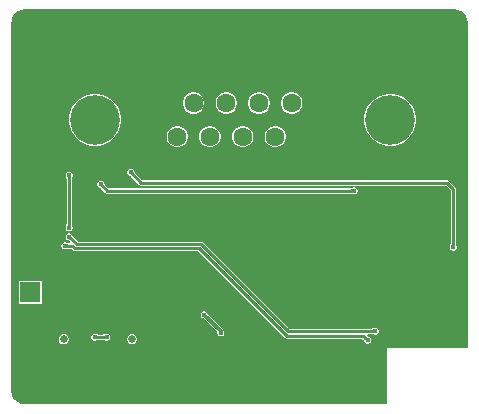
<source format=gbl>
G04*
G04 #@! TF.GenerationSoftware,Altium Limited,Altium Designer,21.9.2 (33)*
G04*
G04 Layer_Physical_Order=2*
G04 Layer_Color=16711680*
%FSLAX25Y25*%
%MOIN*%
G70*
G04*
G04 #@! TF.SameCoordinates,B3B583D4-C640-4B2B-ADA5-D9C5F36933B9*
G04*
G04*
G04 #@! TF.FilePolarity,Positive*
G04*
G01*
G75*
%ADD12C,0.01000*%
%ADD56C,0.01200*%
%ADD58C,0.06693*%
%ADD59R,0.06693X0.06693*%
%ADD60C,0.16535*%
%ADD61C,0.06299*%
%ADD62O,0.03937X0.06299*%
%ADD63O,0.03937X0.08268*%
%ADD64C,0.02559*%
%ADD65C,0.01600*%
G36*
X431110Y499141D02*
X432143Y498712D01*
X433031Y498031D01*
X433712Y497143D01*
X434141Y496109D01*
X434286Y495001D01*
X434286Y495000D01*
Y386500D01*
X407500D01*
Y367714D01*
X286500D01*
X286499Y367713D01*
X285390Y367859D01*
X284357Y368288D01*
X283469Y368969D01*
X282788Y369857D01*
X282359Y370890D01*
X282213Y371999D01*
X282214Y372000D01*
X282214Y494501D01*
X282214Y494510D01*
X282214Y495000D01*
X282276Y495473D01*
X282359Y496109D01*
X282788Y497143D01*
X283469Y498031D01*
X284357Y498712D01*
X285390Y499141D01*
X286499Y499287D01*
X286500Y499286D01*
X430000D01*
X430001Y499287D01*
X431110Y499141D01*
D02*
G37*
%LPC*%
G36*
X376111Y471641D02*
X375177D01*
X374274Y471399D01*
X373464Y470932D01*
X372804Y470271D01*
X372336Y469461D01*
X372094Y468559D01*
Y467624D01*
X372336Y466721D01*
X372804Y465912D01*
X373464Y465251D01*
X374274Y464784D01*
X375177Y464542D01*
X376111D01*
X377014Y464784D01*
X377823Y465251D01*
X378484Y465912D01*
X378952Y466721D01*
X379194Y467624D01*
Y468559D01*
X378952Y469461D01*
X378484Y470271D01*
X377823Y470932D01*
X377014Y471399D01*
X376111Y471641D01*
D02*
G37*
G36*
X365207D02*
X364273D01*
X363370Y471399D01*
X362561Y470932D01*
X361900Y470271D01*
X361432Y469461D01*
X361190Y468559D01*
Y467624D01*
X361432Y466721D01*
X361900Y465912D01*
X362561Y465251D01*
X363370Y464784D01*
X364273Y464542D01*
X365207D01*
X366110Y464784D01*
X366919Y465251D01*
X367580Y465912D01*
X368048Y466721D01*
X368290Y467624D01*
Y468559D01*
X368048Y469461D01*
X367580Y470271D01*
X366919Y470932D01*
X366110Y471399D01*
X365207Y471641D01*
D02*
G37*
G36*
X354300D02*
X353366D01*
X352463Y471399D01*
X351654Y470932D01*
X350993Y470271D01*
X350525Y469461D01*
X350284Y468559D01*
Y467624D01*
X350525Y466721D01*
X350993Y465912D01*
X351654Y465251D01*
X352463Y464784D01*
X353366Y464542D01*
X354300D01*
X355203Y464784D01*
X356013Y465251D01*
X356674Y465912D01*
X357141Y466721D01*
X357383Y467624D01*
Y468559D01*
X357141Y469461D01*
X356674Y470271D01*
X356013Y470932D01*
X355203Y471399D01*
X354300Y471641D01*
D02*
G37*
G36*
X343396D02*
X342462D01*
X341559Y471399D01*
X340750Y470932D01*
X340089Y470271D01*
X339621Y469461D01*
X339380Y468559D01*
Y467624D01*
X339621Y466721D01*
X340089Y465912D01*
X340750Y465251D01*
X341559Y464784D01*
X342462Y464542D01*
X343396D01*
X344299Y464784D01*
X345109Y465251D01*
X345770Y465912D01*
X346237Y466721D01*
X346479Y467624D01*
Y468559D01*
X346237Y469461D01*
X345770Y470271D01*
X345109Y470932D01*
X344299Y471399D01*
X343396Y471641D01*
D02*
G37*
G36*
X409354Y471167D02*
X407647D01*
X405972Y470834D01*
X404395Y470181D01*
X402975Y469232D01*
X401768Y468025D01*
X400819Y466605D01*
X400166Y465028D01*
X399833Y463353D01*
Y461646D01*
X400166Y459971D01*
X400819Y458394D01*
X401768Y456974D01*
X402975Y455767D01*
X404395Y454818D01*
X405972Y454165D01*
X407647Y453832D01*
X409354D01*
X411029Y454165D01*
X412606Y454818D01*
X414026Y455767D01*
X415233Y456974D01*
X416182Y458394D01*
X416835Y459971D01*
X417168Y461646D01*
Y463353D01*
X416835Y465028D01*
X416182Y466605D01*
X415233Y468025D01*
X414026Y469232D01*
X412606Y470181D01*
X411029Y470834D01*
X409354Y471167D01*
D02*
G37*
G36*
X310927D02*
X309219D01*
X307544Y470834D01*
X305967Y470181D01*
X304548Y469232D01*
X303340Y468025D01*
X302392Y466605D01*
X301738Y465028D01*
X301405Y463353D01*
Y461646D01*
X301738Y459971D01*
X302392Y458394D01*
X303340Y456974D01*
X304548Y455767D01*
X305967Y454818D01*
X307544Y454165D01*
X309219Y453832D01*
X310927D01*
X312601Y454165D01*
X314178Y454818D01*
X315598Y455767D01*
X316805Y456974D01*
X317754Y458394D01*
X318407Y459971D01*
X318741Y461646D01*
Y463353D01*
X318407Y465028D01*
X317754Y466605D01*
X316805Y468025D01*
X315598Y469232D01*
X314178Y470181D01*
X312601Y470834D01*
X310927Y471167D01*
D02*
G37*
G36*
X370658Y460460D02*
X369723D01*
X368821Y460218D01*
X368011Y459751D01*
X367350Y459090D01*
X366883Y458281D01*
X366641Y457378D01*
Y456444D01*
X366883Y455541D01*
X367350Y454731D01*
X368011Y454070D01*
X368821Y453603D01*
X369723Y453361D01*
X370658D01*
X371561Y453603D01*
X372370Y454070D01*
X373031Y454731D01*
X373498Y455541D01*
X373740Y456444D01*
Y457378D01*
X373498Y458281D01*
X373031Y459090D01*
X372370Y459751D01*
X371561Y460218D01*
X370658Y460460D01*
D02*
G37*
G36*
X359754D02*
X358819D01*
X357916Y460218D01*
X357107Y459751D01*
X356446Y459090D01*
X355979Y458281D01*
X355737Y457378D01*
Y456444D01*
X355979Y455541D01*
X356446Y454731D01*
X357107Y454070D01*
X357916Y453603D01*
X358819Y453361D01*
X359754D01*
X360657Y453603D01*
X361466Y454070D01*
X362127Y454731D01*
X362594Y455541D01*
X362836Y456444D01*
Y457378D01*
X362594Y458281D01*
X362127Y459090D01*
X361466Y459751D01*
X360657Y460218D01*
X359754Y460460D01*
D02*
G37*
G36*
X348847D02*
X347912D01*
X347009Y460218D01*
X346200Y459751D01*
X345539Y459090D01*
X345072Y458281D01*
X344830Y457378D01*
Y456444D01*
X345072Y455541D01*
X345539Y454731D01*
X346200Y454070D01*
X347009Y453603D01*
X347912Y453361D01*
X348847D01*
X349750Y453603D01*
X350559Y454070D01*
X351220Y454731D01*
X351687Y455541D01*
X351929Y456444D01*
Y457378D01*
X351687Y458281D01*
X351220Y459090D01*
X350559Y459751D01*
X349750Y460218D01*
X348847Y460460D01*
D02*
G37*
G36*
X337943D02*
X337008D01*
X336105Y460218D01*
X335296Y459751D01*
X334635Y459090D01*
X334168Y458281D01*
X333926Y457378D01*
Y456444D01*
X334168Y455541D01*
X334635Y454731D01*
X335296Y454070D01*
X336105Y453603D01*
X337008Y453361D01*
X337943D01*
X338846Y453603D01*
X339655Y454070D01*
X340316Y454731D01*
X340783Y455541D01*
X341025Y456444D01*
Y457378D01*
X340783Y458281D01*
X340316Y459090D01*
X339655Y459751D01*
X338846Y460218D01*
X337943Y460460D01*
D02*
G37*
G36*
X312239Y442200D02*
X311761D01*
X311320Y442017D01*
X310983Y441680D01*
X310800Y441239D01*
Y440761D01*
X310983Y440320D01*
X311320Y439983D01*
X311761Y439800D01*
X311854D01*
X312068Y439612D01*
X312123Y439557D01*
X312160Y439542D01*
X313513Y438189D01*
X313811Y437990D01*
X314162Y437920D01*
X395351D01*
X395386Y437905D01*
X395621Y437900D01*
X395720Y437892D01*
X395746Y437888D01*
X395754Y437887D01*
X395820Y437820D01*
X396261Y437638D01*
X396739D01*
X397180Y437820D01*
X397517Y438158D01*
X397700Y438599D01*
Y439076D01*
X397517Y439517D01*
X397180Y439855D01*
X396739Y440038D01*
X396261D01*
X395820Y439855D01*
X395755Y439789D01*
X395471Y439771D01*
X395393Y439771D01*
X395356Y439755D01*
X314543D01*
X313461Y440837D01*
X313447Y440872D01*
X313285Y441042D01*
X313220Y441117D01*
X313204Y441138D01*
X313200Y441144D01*
Y441239D01*
X313017Y441680D01*
X312680Y442017D01*
X312239Y442200D01*
D02*
G37*
G36*
X301739Y445200D02*
X301261D01*
X300820Y445017D01*
X300483Y444680D01*
X300300Y444239D01*
Y443761D01*
X300483Y443320D01*
X300548Y443255D01*
X300567Y442971D01*
X300567Y442893D01*
X300582Y442856D01*
Y427649D01*
X300567Y427614D01*
X300562Y427379D01*
X300554Y427280D01*
X300551Y427254D01*
X300549Y427246D01*
X300483Y427180D01*
X300300Y426739D01*
Y426261D01*
X300483Y425820D01*
X300820Y425483D01*
X301261Y425300D01*
X301739D01*
X302180Y425483D01*
X302517Y425820D01*
X302700Y426261D01*
Y426739D01*
X302517Y427180D01*
X302452Y427246D01*
X302433Y427529D01*
X302433Y427607D01*
X302418Y427644D01*
Y442851D01*
X302433Y442886D01*
X302438Y443121D01*
X302446Y443220D01*
X302449Y443246D01*
X302451Y443254D01*
X302517Y443320D01*
X302700Y443761D01*
Y444239D01*
X302517Y444680D01*
X302180Y445017D01*
X301739Y445200D01*
D02*
G37*
G36*
Y424700D02*
X301261D01*
X300820Y424517D01*
X300483Y424180D01*
X300300Y423739D01*
Y423261D01*
X300483Y422820D01*
X300820Y422483D01*
X301261Y422300D01*
X301354D01*
X301568Y422112D01*
X301623Y422057D01*
X301646Y421911D01*
X301257Y421418D01*
X301149D01*
X301114Y421433D01*
X300879Y421438D01*
X300780Y421446D01*
X300754Y421449D01*
X300746Y421451D01*
X300680Y421517D01*
X300239Y421700D01*
X299761D01*
X299320Y421517D01*
X298983Y421180D01*
X298800Y420739D01*
Y420261D01*
X298983Y419820D01*
X299320Y419483D01*
X299761Y419300D01*
X300239D01*
X300680Y419483D01*
X300746Y419548D01*
X301029Y419566D01*
X301107Y419567D01*
X301144Y419582D01*
X302140D01*
X302771Y418951D01*
X303069Y418752D01*
X303420Y418682D01*
X344520D01*
X373351Y389851D01*
X373649Y389652D01*
X374000Y389582D01*
X399120D01*
X399539Y389163D01*
X399553Y389128D01*
X399715Y388958D01*
X399780Y388883D01*
X399796Y388862D01*
X399800Y388856D01*
Y388761D01*
X399983Y388320D01*
X400320Y387983D01*
X400761Y387800D01*
X401239D01*
X401680Y387983D01*
X402017Y388320D01*
X402200Y388761D01*
Y389239D01*
X402017Y389680D01*
X401680Y390017D01*
X401239Y390200D01*
X401146D01*
X400932Y390388D01*
X400877Y390443D01*
X400853Y390589D01*
X401243Y391082D01*
X402351D01*
X402386Y391067D01*
X402621Y391062D01*
X402720Y391054D01*
X402746Y391051D01*
X402754Y391049D01*
X402820Y390983D01*
X403261Y390800D01*
X403739D01*
X404180Y390983D01*
X404517Y391320D01*
X404700Y391761D01*
Y392239D01*
X404517Y392680D01*
X404180Y393017D01*
X403739Y393200D01*
X403261D01*
X402820Y393017D01*
X402754Y392952D01*
X402471Y392934D01*
X402393Y392933D01*
X402356Y392918D01*
X374880D01*
X346149Y421649D01*
X345851Y421848D01*
X345500Y421918D01*
X304380D01*
X302961Y423337D01*
X302947Y423372D01*
X302785Y423542D01*
X302720Y423617D01*
X302704Y423638D01*
X302700Y423644D01*
Y423739D01*
X302517Y424180D01*
X302180Y424517D01*
X301739Y424700D01*
D02*
G37*
G36*
X322239Y446200D02*
X321761D01*
X321320Y446017D01*
X320983Y445680D01*
X320800Y445239D01*
Y444761D01*
X320983Y444320D01*
X321320Y443983D01*
X321761Y443800D01*
X321854D01*
X322068Y443612D01*
X322123Y443557D01*
X322160Y443542D01*
X324851Y440851D01*
X325149Y440652D01*
X325500Y440582D01*
X427120D01*
X428582Y439120D01*
Y421149D01*
X428567Y421114D01*
X428562Y420879D01*
X428554Y420780D01*
X428551Y420754D01*
X428549Y420746D01*
X428483Y420680D01*
X428300Y420239D01*
Y419761D01*
X428483Y419320D01*
X428820Y418983D01*
X429261Y418800D01*
X429739D01*
X430180Y418983D01*
X430517Y419320D01*
X430700Y419761D01*
Y420239D01*
X430517Y420680D01*
X430452Y420746D01*
X430434Y421029D01*
X430433Y421107D01*
X430418Y421144D01*
Y439500D01*
X430348Y439851D01*
X430149Y440149D01*
X428149Y442149D01*
X427851Y442348D01*
X427500Y442418D01*
X325880D01*
X323461Y444837D01*
X323447Y444872D01*
X323285Y445042D01*
X323220Y445117D01*
X323204Y445138D01*
X323200Y445144D01*
Y445239D01*
X323017Y445680D01*
X322680Y446017D01*
X322239Y446200D01*
D02*
G37*
G36*
X292247Y408746D02*
X284753D01*
Y401254D01*
X292247D01*
Y408746D01*
D02*
G37*
G36*
X314239Y391200D02*
X313761D01*
X313320Y391017D01*
X313254Y390952D01*
X312971Y390933D01*
X312893Y390933D01*
X312856Y390918D01*
X311149D01*
X311114Y390933D01*
X310879Y390938D01*
X310780Y390946D01*
X310754Y390949D01*
X310746Y390951D01*
X310680Y391017D01*
X310239Y391200D01*
X309761D01*
X309320Y391017D01*
X308983Y390680D01*
X308800Y390239D01*
Y389761D01*
X308983Y389320D01*
X309320Y388983D01*
X309761Y388800D01*
X310239D01*
X310680Y388983D01*
X310746Y389048D01*
X311029Y389067D01*
X311107Y389067D01*
X311144Y389082D01*
X312851D01*
X312886Y389067D01*
X313121Y389062D01*
X313220Y389054D01*
X313246Y389051D01*
X313254Y389049D01*
X313320Y388983D01*
X313761Y388800D01*
X314239D01*
X314680Y388983D01*
X315017Y389320D01*
X315200Y389761D01*
Y390239D01*
X315017Y390680D01*
X314680Y391017D01*
X314239Y391200D01*
D02*
G37*
G36*
X346739Y398700D02*
X346261D01*
X345820Y398517D01*
X345483Y398180D01*
X345300Y397739D01*
Y397261D01*
X345483Y396820D01*
X345820Y396483D01*
X346256Y396302D01*
X350806Y391752D01*
X350800Y391739D01*
Y391261D01*
X350983Y390820D01*
X351320Y390483D01*
X351761Y390300D01*
X352239D01*
X352680Y390483D01*
X353017Y390820D01*
X353200Y391261D01*
Y391739D01*
X353017Y392180D01*
X352899Y392298D01*
X352866Y392467D01*
X352644Y392797D01*
X347698Y397744D01*
X347517Y398180D01*
X347180Y398517D01*
X346739Y398700D01*
D02*
G37*
G36*
X322740Y390959D02*
X322071D01*
X321454Y390703D01*
X320982Y390231D01*
X320726Y389614D01*
Y388945D01*
X320982Y388328D01*
X321454Y387856D01*
X322071Y387600D01*
X322740D01*
X323357Y387856D01*
X323829Y388328D01*
X324085Y388945D01*
Y389614D01*
X323829Y390231D01*
X323357Y390703D01*
X322740Y390959D01*
D02*
G37*
G36*
X299984D02*
X299316D01*
X298698Y390703D01*
X298226Y390231D01*
X297970Y389614D01*
Y388945D01*
X298226Y388328D01*
X298698Y387856D01*
X299316Y387600D01*
X299984D01*
X300601Y387856D01*
X301073Y388328D01*
X301329Y388945D01*
Y389614D01*
X301073Y390231D01*
X300601Y390703D01*
X299984Y390959D01*
D02*
G37*
%LPD*%
G36*
X312803Y440973D02*
X312813Y440948D01*
X312830Y440919D01*
X312853Y440885D01*
X312883Y440845D01*
X312964Y440751D01*
X313135Y440573D01*
X312427Y439865D01*
X312363Y439929D01*
X312115Y440147D01*
X312081Y440170D01*
X312052Y440187D01*
X312027Y440197D01*
X312008Y440200D01*
X312800Y440992D01*
X312803Y440973D01*
D02*
G37*
G36*
X395929Y438278D02*
X395913Y438289D01*
X395888Y438299D01*
X395856Y438308D01*
X395815Y438316D01*
X395766Y438323D01*
X395643Y438332D01*
X395395Y438338D01*
Y439338D01*
X395486Y439338D01*
X395815Y439359D01*
X395856Y439367D01*
X395888Y439376D01*
X395913Y439386D01*
X395929Y439398D01*
Y438278D01*
D02*
G37*
G36*
X302049Y443413D02*
X302038Y443389D01*
X302029Y443356D01*
X302022Y443315D01*
X302015Y443266D01*
X302005Y443143D01*
X302000Y442896D01*
X301000D01*
X300999Y442986D01*
X300978Y443315D01*
X300971Y443356D01*
X300962Y443389D01*
X300951Y443413D01*
X300940Y443429D01*
X302060D01*
X302049Y443413D01*
D02*
G37*
G36*
X302001Y427514D02*
X302022Y427185D01*
X302029Y427144D01*
X302038Y427111D01*
X302049Y427087D01*
X302060Y427071D01*
X300940D01*
X300951Y427087D01*
X300962Y427111D01*
X300971Y427144D01*
X300978Y427185D01*
X300985Y427234D01*
X300995Y427357D01*
X301000Y427604D01*
X302000D01*
X302001Y427514D01*
D02*
G37*
G36*
X302303Y423473D02*
X302313Y423448D01*
X302330Y423419D01*
X302353Y423385D01*
X302383Y423345D01*
X302464Y423251D01*
X302635Y423072D01*
X301927Y422365D01*
X301863Y422429D01*
X301615Y422647D01*
X301581Y422670D01*
X301552Y422687D01*
X301527Y422697D01*
X301508Y422700D01*
X302300Y423492D01*
X302303Y423473D01*
D02*
G37*
G36*
X300587Y421049D02*
X300611Y421038D01*
X300644Y421029D01*
X300685Y421022D01*
X300734Y421015D01*
X300857Y421005D01*
X301104Y421000D01*
Y420000D01*
X301014Y419999D01*
X300685Y419978D01*
X300644Y419971D01*
X300611Y419962D01*
X300587Y419951D01*
X300571Y419940D01*
Y421060D01*
X300587Y421049D01*
D02*
G37*
G36*
X402929Y391440D02*
X402913Y391451D01*
X402888Y391462D01*
X402856Y391471D01*
X402815Y391478D01*
X402766Y391485D01*
X402643Y391495D01*
X402395Y391500D01*
Y392500D01*
X402486Y392501D01*
X402815Y392522D01*
X402856Y392529D01*
X402888Y392538D01*
X402913Y392549D01*
X402929Y392560D01*
Y391440D01*
D02*
G37*
G36*
X400637Y390071D02*
X400885Y389853D01*
X400919Y389830D01*
X400948Y389813D01*
X400973Y389803D01*
X400992Y389800D01*
X400200Y389008D01*
X400197Y389027D01*
X400187Y389052D01*
X400170Y389081D01*
X400147Y389115D01*
X400117Y389155D01*
X400036Y389249D01*
X399866Y389427D01*
X400573Y390135D01*
X400637Y390071D01*
D02*
G37*
G36*
X322803Y444973D02*
X322813Y444948D01*
X322830Y444919D01*
X322853Y444885D01*
X322883Y444845D01*
X322964Y444751D01*
X323134Y444572D01*
X322427Y443865D01*
X322363Y443929D01*
X322115Y444147D01*
X322081Y444170D01*
X322052Y444187D01*
X322027Y444197D01*
X322008Y444200D01*
X322800Y444992D01*
X322803Y444973D01*
D02*
G37*
G36*
X430001Y421014D02*
X430022Y420685D01*
X430029Y420644D01*
X430038Y420611D01*
X430049Y420587D01*
X430060Y420571D01*
X428940D01*
X428951Y420587D01*
X428962Y420611D01*
X428971Y420644D01*
X428978Y420685D01*
X428985Y420734D01*
X428995Y420857D01*
X429000Y421104D01*
X430000D01*
X430001Y421014D01*
D02*
G37*
G36*
X313429Y389440D02*
X313413Y389451D01*
X313388Y389462D01*
X313356Y389471D01*
X313315Y389478D01*
X313266Y389485D01*
X313143Y389495D01*
X312895Y389500D01*
Y390500D01*
X312986Y390501D01*
X313315Y390522D01*
X313356Y390529D01*
X313388Y390538D01*
X313413Y390549D01*
X313429Y390560D01*
Y389440D01*
D02*
G37*
G36*
X310587Y390549D02*
X310612Y390538D01*
X310644Y390529D01*
X310685Y390522D01*
X310734Y390515D01*
X310857Y390505D01*
X311104Y390500D01*
Y389500D01*
X311014Y389499D01*
X310685Y389478D01*
X310644Y389471D01*
X310612Y389462D01*
X310587Y389451D01*
X310571Y389440D01*
Y390560D01*
X310587Y390549D01*
D02*
G37*
D12*
X314162Y438838D02*
X396500D01*
X312000Y441000D02*
X314162Y438838D01*
X427500Y441500D02*
X429500Y439500D01*
Y420000D02*
Y439500D01*
X325500Y441500D02*
X427500D01*
X322000Y445000D02*
X325500Y441500D01*
X399500Y390500D02*
X401000Y389000D01*
X374000Y390500D02*
X399500D01*
X374500Y392000D02*
X403500D01*
X345500Y421000D02*
X374500Y392000D01*
X304000Y421000D02*
X345500D01*
X303420Y419600D02*
X344900D01*
X374000Y390500D01*
X300000Y420500D02*
X302520D01*
X303420Y419600D01*
X301500Y423500D02*
X304000Y421000D01*
X301500Y426500D02*
Y444000D01*
X310000Y390000D02*
X314000D01*
D56*
X346500Y397500D02*
X351923Y392076D01*
Y391577D02*
Y392076D01*
Y391577D02*
X352000Y391500D01*
D58*
X288500Y415000D02*
D03*
D59*
Y405000D02*
D03*
D60*
X408500Y462500D02*
D03*
X310073D02*
D03*
D61*
X342929Y468091D02*
D03*
X353833D02*
D03*
X364740D02*
D03*
X375644D02*
D03*
X337476Y456911D02*
D03*
X348380D02*
D03*
X359287D02*
D03*
X370191D02*
D03*
X381098D02*
D03*
D62*
X328055Y375500D02*
D03*
X294000D02*
D03*
D63*
Y391248D02*
D03*
X328055D02*
D03*
D64*
X322406Y389280D02*
D03*
X299650D02*
D03*
D65*
X328500Y407500D02*
D03*
X326500D02*
D03*
X328500Y409500D02*
D03*
X326500D02*
D03*
X312500Y428500D02*
D03*
X316000D02*
D03*
X320500D02*
D03*
Y424500D02*
D03*
X316500D02*
D03*
X312000D02*
D03*
X410000Y408000D02*
D03*
X406000D02*
D03*
X401000D02*
D03*
Y412000D02*
D03*
X405500D02*
D03*
X409500D02*
D03*
Y416000D02*
D03*
X405000D02*
D03*
X401500D02*
D03*
X396500Y438838D02*
D03*
X429500Y420000D02*
D03*
X322000Y445000D02*
D03*
X312000Y441000D02*
D03*
X401000Y389000D02*
D03*
X300000Y420500D02*
D03*
X403500Y392000D02*
D03*
X301500Y423500D02*
D03*
Y444000D02*
D03*
Y426500D02*
D03*
X352000Y391500D02*
D03*
X346500Y397500D02*
D03*
X310000Y390000D02*
D03*
X314000D02*
D03*
M02*

</source>
